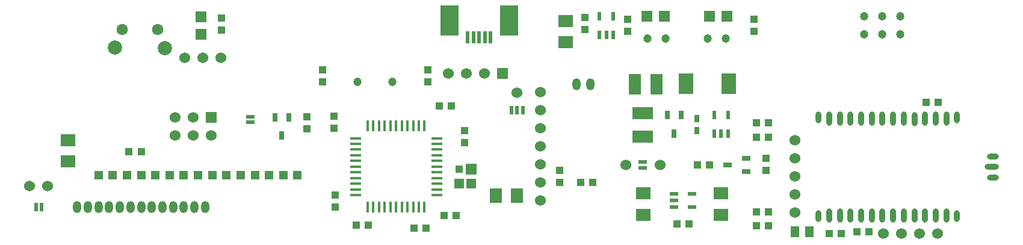
<source format=gts>
G04 (created by PCBNEW (2013-mar-13)-testing) date Tue 18 Jun 2013 16:13:31 JST*
%MOIN*%
G04 Gerber Fmt 3.4, Leading zero omitted, Abs format*
%FSLAX34Y34*%
G01*
G70*
G90*
G04 APERTURE LIST*
%ADD10C,0.005906*%
%ADD11R,0.060000X0.060000*%
%ADD12C,0.060000*%
%ADD13R,0.055118X0.055118*%
%ADD14R,0.016000X0.060000*%
%ADD15R,0.060000X0.016000*%
%ADD16C,0.062992*%
%ADD17C,0.078740*%
%ADD18O,0.047244X0.066929*%
%ADD19R,0.047244X0.047244*%
%ADD20C,0.047244*%
%ADD21R,0.023622X0.047244*%
%ADD22R,0.059055X0.059055*%
%ADD23R,0.043307X0.043307*%
%ADD24R,0.078740X0.070866*%
%ADD25R,0.070866X0.078740*%
%ADD26R,0.118110X0.070866*%
%ADD27R,0.070866X0.118110*%
%ADD28R,0.078740X0.118110*%
%ADD29R,0.047244X0.023622*%
%ADD30O,0.031496X0.066929*%
%ADD31O,0.031496X0.078740*%
%ADD32O,0.066929X0.031496*%
%ADD33O,0.078740X0.031496*%
%ADD34R,0.047244X0.031496*%
%ADD35R,0.031496X0.047244*%
%ADD36R,0.047244X0.062992*%
%ADD37R,0.019685X0.070866*%
%ADD38R,0.098425X0.165354*%
%ADD39R,0.031496X0.039370*%
%ADD40R,0.062992X0.062992*%
G04 APERTURE END LIST*
G54D10*
G54D11*
X11352Y-6821D03*
G54D12*
X11352Y-7821D03*
X10352Y-6821D03*
X10352Y-7821D03*
X9352Y-6821D03*
X9352Y-7821D03*
G54D13*
X25762Y-10471D03*
X25092Y-10471D03*
G54D14*
X21602Y-11796D03*
X21917Y-11796D03*
X22232Y-11796D03*
X22547Y-11796D03*
X22862Y-11796D03*
X23177Y-11796D03*
X21287Y-11796D03*
X20972Y-11796D03*
X20657Y-11796D03*
X20342Y-11796D03*
X20027Y-11796D03*
X21602Y-7296D03*
X21917Y-7296D03*
X22232Y-7296D03*
X22547Y-7296D03*
X22862Y-7296D03*
X23177Y-7296D03*
X21287Y-7296D03*
X20972Y-7296D03*
X20657Y-7296D03*
X20342Y-7296D03*
X20027Y-7296D03*
G54D15*
X23852Y-9546D03*
X19352Y-9546D03*
X23852Y-9231D03*
X19352Y-9231D03*
X19352Y-8916D03*
X23852Y-8916D03*
X23852Y-8601D03*
X19352Y-8601D03*
X19352Y-8286D03*
X23852Y-8286D03*
X23852Y-7971D03*
X19352Y-7971D03*
X19352Y-9861D03*
X23852Y-9861D03*
X23852Y-10176D03*
X19352Y-10176D03*
X19352Y-10491D03*
X23852Y-10491D03*
X23852Y-10806D03*
X19352Y-10806D03*
X19352Y-11121D03*
X23852Y-11121D03*
G54D16*
X6417Y-1968D03*
X8385Y-1968D03*
G54D17*
X6023Y-2952D03*
X8779Y-2972D03*
G54D18*
X3937Y-11791D03*
X4527Y-11791D03*
X5118Y-11791D03*
X5708Y-11791D03*
X6299Y-11791D03*
X6889Y-11791D03*
X7480Y-11791D03*
X8070Y-11791D03*
X8661Y-11791D03*
X9251Y-11791D03*
X9842Y-11791D03*
X10433Y-11791D03*
X11023Y-11791D03*
G54D19*
X5118Y-10019D03*
X5905Y-10019D03*
X6692Y-10019D03*
X7480Y-10019D03*
X8267Y-10019D03*
X9055Y-10019D03*
X9842Y-10019D03*
X10629Y-10019D03*
X11417Y-10019D03*
X12204Y-10019D03*
X12992Y-10019D03*
X13779Y-10019D03*
X14566Y-10019D03*
X15354Y-10019D03*
X16141Y-10019D03*
G54D20*
X21397Y-4842D03*
X19468Y-4842D03*
G54D12*
X25502Y-4371D03*
G54D11*
X27502Y-4371D03*
G54D12*
X24502Y-4371D03*
X26502Y-4371D03*
G54D21*
X28307Y-6417D03*
X28622Y-6417D03*
X27992Y-6417D03*
G54D22*
X25767Y-9685D03*
G54D23*
X25098Y-9685D03*
X18228Y-11122D03*
X18228Y-11791D03*
X11940Y-1988D03*
X11940Y-1318D03*
X7480Y-8732D03*
X6811Y-8732D03*
X24665Y-6181D03*
X23996Y-6181D03*
X25393Y-7562D03*
X25393Y-8232D03*
X23346Y-4173D03*
X23346Y-4842D03*
X17522Y-4171D03*
X17522Y-4841D03*
X18157Y-6740D03*
X18157Y-7409D03*
X19389Y-12795D03*
X20059Y-12795D03*
X24940Y-12244D03*
X24271Y-12244D03*
G54D12*
X29602Y-5421D03*
X29602Y-6421D03*
X29602Y-8421D03*
X29602Y-7421D03*
X29602Y-9421D03*
G54D24*
X3425Y-9266D03*
X3425Y-8085D03*
G54D25*
X28307Y-11141D03*
X27125Y-11141D03*
G54D23*
X23267Y-12952D03*
X22598Y-12952D03*
G54D12*
X11902Y-3521D03*
X10902Y-3521D03*
X9902Y-3521D03*
X29602Y-11421D03*
X29602Y-10421D03*
G54D26*
X35275Y-7874D03*
X35275Y-6574D03*
G54D23*
X37165Y-12716D03*
X37834Y-12716D03*
G54D24*
X39586Y-11023D03*
X39586Y-12204D03*
G54D27*
X36023Y-4980D03*
X34842Y-4980D03*
G54D23*
X46259Y-13267D03*
X45590Y-13267D03*
X50964Y-6003D03*
X51633Y-6003D03*
G54D28*
X37677Y-4960D03*
X40039Y-4960D03*
G54D12*
X51590Y-13263D03*
X50590Y-13263D03*
X49590Y-13263D03*
X48590Y-13263D03*
G54D23*
X42086Y-9074D03*
X42086Y-9744D03*
X38956Y-9448D03*
X38287Y-9448D03*
X42224Y-7125D03*
X41555Y-7125D03*
X41555Y-7913D03*
X42224Y-7913D03*
X34429Y-1397D03*
X34429Y-2066D03*
X32047Y-1968D03*
X32047Y-1299D03*
G54D29*
X36988Y-11043D03*
X36988Y-11791D03*
X36988Y-11417D03*
X38011Y-11043D03*
X38011Y-11791D03*
G54D21*
X39232Y-7716D03*
X39980Y-7716D03*
X39606Y-7716D03*
X39232Y-6692D03*
X39980Y-6692D03*
X32874Y-2244D03*
X33622Y-2244D03*
X33248Y-2244D03*
X32874Y-1220D03*
X33622Y-1220D03*
G54D30*
X45000Y-6830D03*
X52677Y-6830D03*
G54D31*
X52086Y-6889D03*
X51496Y-6889D03*
X50905Y-6889D03*
X50314Y-6909D03*
X49724Y-6889D03*
X49133Y-6889D03*
X48543Y-6889D03*
X47952Y-6889D03*
X47362Y-6889D03*
X46771Y-6889D03*
X46181Y-6889D03*
X45590Y-6889D03*
G54D30*
X45000Y-12303D03*
G54D31*
X45590Y-12244D03*
X46181Y-12244D03*
X46771Y-12244D03*
X47362Y-12244D03*
X47952Y-12244D03*
X48543Y-12244D03*
X49133Y-12244D03*
X49724Y-12244D03*
X50314Y-12244D03*
X50905Y-12244D03*
X51496Y-12244D03*
X52086Y-12244D03*
G54D30*
X52677Y-12303D03*
G54D32*
X54665Y-10157D03*
G54D33*
X54606Y-9566D03*
G54D32*
X54665Y-8976D03*
G54D18*
X31588Y-5001D03*
X32376Y-5001D03*
G54D34*
X40984Y-9822D03*
X39960Y-9448D03*
X40984Y-9074D03*
G54D35*
X37381Y-6692D03*
X37007Y-7716D03*
X36633Y-6692D03*
G54D12*
X43696Y-8070D03*
X43696Y-9070D03*
X43696Y-11070D03*
X43696Y-10070D03*
G54D23*
X42244Y-12066D03*
X41574Y-12066D03*
X41574Y-12834D03*
X42244Y-12834D03*
G54D12*
X43696Y-12070D03*
G54D36*
X44488Y-13149D03*
X43700Y-13149D03*
G54D24*
X30984Y-1476D03*
X30984Y-2657D03*
X35295Y-11023D03*
X35295Y-12204D03*
G54D37*
X26830Y-2401D03*
X26515Y-2401D03*
X26200Y-2401D03*
X25885Y-2401D03*
X25570Y-2401D03*
G54D38*
X27854Y-1456D03*
X24547Y-1456D03*
G54D39*
X38267Y-7539D03*
X38267Y-6870D03*
G54D35*
X15649Y-6811D03*
X15275Y-7834D03*
X14901Y-6811D03*
G54D23*
X47805Y-13159D03*
X47135Y-13159D03*
X16653Y-6791D03*
X16653Y-7460D03*
G54D21*
X1968Y-11791D03*
X1653Y-11791D03*
G54D12*
X2311Y-10629D03*
X1311Y-10629D03*
G54D29*
X35275Y-9291D03*
X35275Y-9606D03*
G54D12*
X34330Y-9448D03*
X36220Y-9448D03*
X28307Y-5448D03*
G54D20*
X36523Y-2440D03*
X35523Y-2440D03*
G54D40*
X38976Y-1220D03*
X39921Y-1220D03*
G54D20*
X38870Y-2440D03*
X39870Y-2440D03*
G54D29*
X13543Y-7086D03*
X13543Y-6771D03*
G54D23*
X41417Y-1397D03*
X41417Y-2066D03*
G54D40*
X36456Y-1220D03*
X35511Y-1220D03*
X10787Y-2204D03*
X10787Y-1259D03*
G54D23*
X30645Y-10417D03*
X30645Y-9748D03*
X32507Y-10417D03*
X31838Y-10417D03*
G54D20*
X47523Y-1216D03*
X49523Y-1216D03*
X48523Y-1216D03*
X48523Y-2216D03*
X49523Y-2216D03*
X47523Y-2216D03*
M02*

</source>
